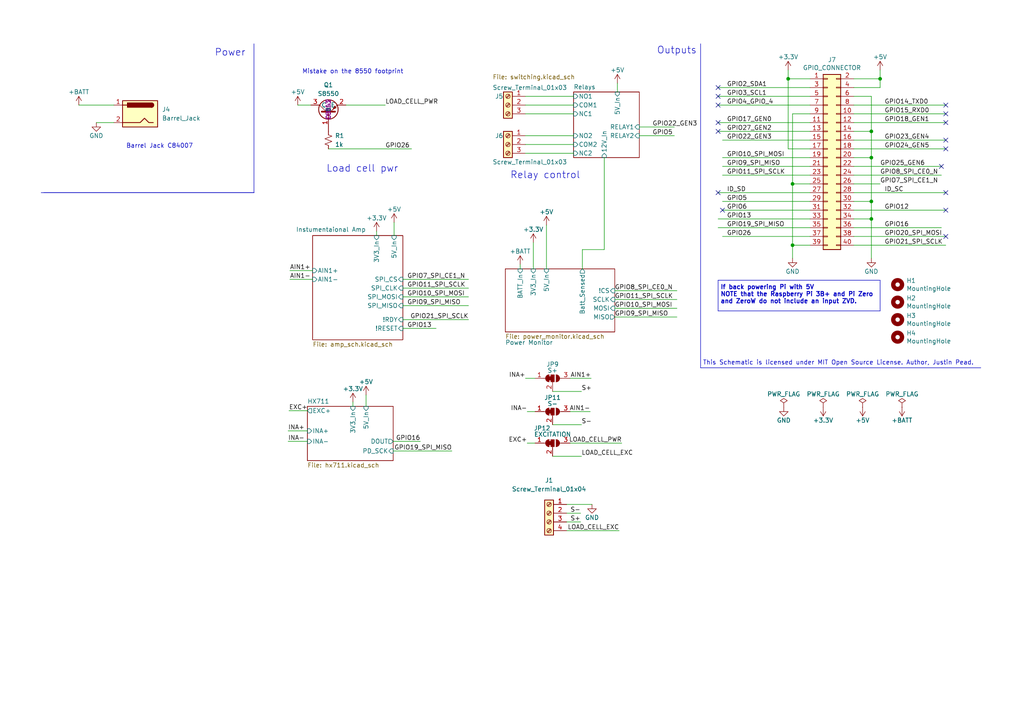
<source format=kicad_sch>
(kicad_sch (version 20230121) (generator eeschema)
  (paper "A4")
  (title_block (title "Raspberry Pi Zero Intrumentation HAT") (date "2024-06-07") (rev "1.3.0") (comment 1 "@supervisor Justin Pead") (comment 2 "@author Montso Mokake"))
  (lib_symbols
    (symbol "+3.3V_1" (power) (pin_names (offset 0))
      (property "Value" "+3.3V_1" (at 0 3.556 0))
      (symbol "+3.3V_1_0_1"
        (polyline (pts (xy -0.762 1.27) (xy 0 2.54)))
        (polyline (pts (xy 0 0) (xy 0 2.54)))
        (polyline (pts (xy 0 2.54) (xy 0.762 1.27)))
      )
      (symbol "+3.3V_1_1_1"
        (pin power_in line (at 0 0 90) (length 0) hide (name "+3.3V") (number "1"))
      )
    )
    (symbol "+5V_1" (power) (pin_names (offset 0))
      (property "Value" "+5V_1" (at 0 3.556 0))
      (symbol "+5V_1_0_1"
        (polyline (pts (xy -0.762 1.27) (xy 0 2.54)))
        (polyline (pts (xy 0 0) (xy 0 2.54)))
        (polyline (pts (xy 0 2.54) (xy 0.762 1.27)))
      )
      (symbol "+5V_1_1_1"
        (pin power_in line (at 0 0 90) (length 0) hide (name "+5V") (number "1"))
      )
    )
    (symbol "+BATT_1" (power) (pin_names (offset 0))
      (property "Value" "+BATT_1" (at 0 3.556 0))
      (symbol "+BATT_1_0_1"
        (polyline (pts (xy -0.762 1.27) (xy 0 2.54)))
        (polyline (pts (xy 0 0) (xy 0 2.54)))
        (polyline (pts (xy 0 2.54) (xy 0.762 1.27)))
      )
      (symbol "+BATT_1_1_1"
        (pin power_in line (at 0 0 90) (length 0) hide (name "+BATT") (number "1"))
      )
    )
    (symbol "Connector:Barrel_Jack" (pin_names (offset 1.016))
      (property "Reference" "J4" (at -6.35 1.2701 0))
      (property "Value" "Barrel_Jack" (at -6.35 -1.2699 0))
      (symbol "Barrel_Jack_0_1"
        (rectangle (start -5.08 3.81) (end 5.08 -3.81) (stroke (width 0.254)) (fill (type background)))
        (arc (start -3.302 3.175) (mid -3.9343 2.54) (end -3.302 1.905) (stroke (width 0.254)))
        (arc (start -3.302 3.175) (mid -3.9343 2.54) (end -3.302 1.905) (stroke (width 0.254)) (fill (type outline)))
        (polyline (pts (xy 5.08 2.54) (xy 3.81 2.54)) (stroke (width 0.254)))
        (polyline (pts (xy -3.81 -2.54) (xy -2.54 -2.54) (xy -1.27 -1.27) (xy 0 -2.54) (xy 2.54 -2.54) (xy 5.08 -2.54)) (stroke (width 0.254)))
        (rectangle (start 3.683 3.175) (end -3.302 1.905) (stroke (width 0.254)) (fill (type outline)))
      )
      (symbol "Barrel_Jack_1_1"
        (pin passive line (at 7.62 2.54 180) (length 2.54) (name "~") (number "1"))
        (pin passive line (at 7.62 -2.54 180) (length 2.54) (name "~") (number "2"))
        (pin no_connect line (at 0 -6.35 90) (length 2.54) hide (name "~") (number "3"))
      )
    )
    (symbol "Connector:Screw_Terminal_01x03" (pin_names (offset 1.016) hide)
      (property "Reference" "J" (at 0 5.08 0))
      (property "Value" "Screw_Terminal_01x03" (at 0 -5.08 0))
      (symbol "Screw_Terminal_01x03_1_1"
        (rectangle (start -1.27 3.81) (end 1.27 -3.81) (stroke (width 0.254)) (fill (type background)))
        (circle (center 0 -2.54) (radius 0.635) (stroke (width 0.1524)))
        (polyline (pts (xy -0.5334 -2.2098) (xy 0.3302 -3.048)) (stroke (width 0.1524)))
        (polyline (pts (xy -0.5334 0.3302) (xy 0.3302 -0.508)) (stroke (width 0.1524)))
        (polyline (pts (xy -0.5334 2.8702) (xy 0.3302 2.032)) (stroke (width 0.1524)))
        (polyline (pts (xy -0.3556 -2.032) (xy 0.508 -2.8702)) (stroke (width 0.1524)))
        (polyline (pts (xy -0.3556 0.508) (xy 0.508 -0.3302)) (stroke (width 0.1524)))
        (polyline (pts (xy -0.3556 3.048) (xy 0.508 2.2098)) (stroke (width 0.1524)))
        (circle (center 0 0) (radius 0.635) (stroke (width 0.1524)))
        (circle (center 0 2.54) (radius 0.635) (stroke (width 0.1524)))
        (pin passive line (at -5.08 2.54 0) (length 3.81) (name "Pin_1") (number "1"))
        (pin passive line (at -5.08 0 0) (length 3.81) (name "Pin_2") (number "2"))
        (pin passive line (at -5.08 -2.54 0) (length 3.81) (name "Pin_3") (number "3"))
      )
    )
    (symbol "Connector:Screw_Terminal_01x04" (pin_names (offset 1.016) hide)
      (property "Reference" "J" (at 0 5.08 0))
      (property "Value" "Screw_Terminal_01x04" (at 0 -7.62 0))
      (symbol "Screw_Terminal_01x04_1_1"
        (rectangle (start -1.27 3.81) (end 1.27 -6.35) (stroke (width 0.254)) (fill (type background)))
        (circle (center 0 -5.08) (radius 0.635) (stroke (width 0.1524)))
        (circle (center 0 -2.54) (radius 0.635) (stroke (width 0.1524)))
        (polyline (pts (xy -0.5334 -4.7498) (xy 0.3302 -5.588)) (stroke (width 0.1524)))
        (polyline (pts (xy -0.5334 -2.2098) (xy 0.3302 -3.048)) (stroke (width 0.1524)))
        (polyline (pts (xy -0.5334 0.3302) (xy 0.3302 -0.508)) (stroke (width 0.1524)))
        (polyline (pts (xy -0.5334 2.8702) (xy 0.3302 2.032)) (stroke (width 0.1524)))
        (polyline (pts (xy -0.3556 -4.572) (xy 0.508 -5.4102)) (stroke (width 0.1524)))
        (polyline (pts (xy -0.3556 -2.032) (xy 0.508 -2.8702)) (stroke (width 0.1524)))
        (polyline (pts (xy -0.3556 0.508) (xy 0.508 -0.3302)) (stroke (width 0.1524)))
        (polyline (pts (xy -0.3556 3.048) (xy 0.508 2.2098)) (stroke (width 0.1524)))
        (circle (center 0 0) (radius 0.635) (stroke (width 0.1524)))
        (circle (center 0 2.54) (radius 0.635) (stroke (width 0.1524)))
        (pin passive line (at -5.08 2.54 0) (length 3.81) (name "Pin_1") (number "1"))
        (pin passive line (at -5.08 0 0) (length 3.81) (name "Pin_2") (number "2"))
        (pin passive line (at -5.08 -2.54 0) (length 3.81) (name "Pin_3") (number "3"))
        (pin passive line (at -5.08 -5.08 0) (length 3.81) (name "Pin_4") (number "4"))
      )
    )
    (symbol "Connector_Generic:Conn_02x20_Odd_Even" (pin_names (offset 1.016) hide)
      (property "Reference" "J" (at 1.27 25.4 0))
      (property "Value" "Conn_02x20_Odd_Even" (at 1.27 -27.94 0))
      (symbol "Conn_02x20_Odd_Even_1_1"
        (rectangle (start -1.27 -25.273) (end 0 -25.527) (stroke (width 0.1524)))
        (rectangle (start -1.27 -22.733) (end 0 -22.987) (stroke (width 0.1524)))
        (rectangle (start -1.27 -20.193) (end 0 -20.447) (stroke (width 0.1524)))
        (rectangle (start -1.27 -17.653) (end 0 -17.907) (stroke (width 0.1524)))
        (rectangle (start -1.27 -15.113) (end 0 -15.367) (stroke (width 0.1524)))
        (rectangle (start -1.27 -12.573) (end 0 -12.827) (stroke (width 0.1524)))
        (rectangle (start -1.27 -10.033) (end 0 -10.287) (stroke (width 0.1524)))
        (rectangle (start -1.27 -7.493) (end 0 -7.747) (stroke (width 0.1524)))
        (rectangle (start -1.27 -4.953) (end 0 -5.207) (stroke (width 0.1524)))
        (rectangle (start -1.27 -2.413) (end 0 -2.667) (stroke (width 0.1524)))
        (rectangle (start -1.27 0.127) (end 0 -0.127) (stroke (width 0.1524)))
        (rectangle (start -1.27 2.667) (end 0 2.413) (stroke (width 0.1524)))
        (rectangle (start -1.27 5.207) (end 0 4.953) (stroke (width 0.1524)))
        (rectangle (start -1.27 7.747) (end 0 7.493) (stroke (width 0.1524)))
        (rectangle (start -1.27 10.287) (end 0 10.033) (stroke (width 0.1524)))
        (rectangle (start -1.27 12.827) (end 0 12.573) (stroke (width 0.1524)))
        (rectangle (start -1.27 15.367) (end 0 15.113) (stroke (width 0.1524)))
        (rectangle (start -1.27 17.907) (end 0 17.653) (stroke (width 0.1524)))
        (rectangle (start -1.27 20.447) (end 0 20.193) (stroke (width 0.1524)))
        (rectangle (start -1.27 22.987) (end 0 22.733) (stroke (width 0.1524)))
        (rectangle (start -1.27 24.13) (end 3.81 -26.67) (stroke (width 0.254)) (fill (type background)))
        (rectangle (start 3.81 -25.273) (end 2.54 -25.527) (stroke (width 0.1524)))
        (rectangle (start 3.81 -22.733) (end 2.54 -22.987) (stroke (width 0.1524)))
        (rectangle (start 3.81 -20.193) (end 2.54 -20.447) (stroke (width 0.1524)))
        (rectangle (start 3.81 -17.653) (end 2.54 -17.907) (stroke (width 0.1524)))
        (rectangle (start 3.81 -15.113) (end 2.54 -15.367) (stroke (width 0.1524)))
        (rectangle (start 3.81 -12.573) (end 2.54 -12.827) (stroke (width 0.1524)))
        (rectangle (start 3.81 -10.033) (end 2.54 -10.287) (stroke (width 0.1524)))
        (rectangle (start 3.81 -7.493) (end 2.54 -7.747) (stroke (width 0.1524)))
        (rectangle (start 3.81 -4.953) (end 2.54 -5.207) (stroke (width 0.1524)))
        (rectangle (start 3.81 -2.413) (end 2.54 -2.667) (stroke (width 0.1524)))
        (rectangle (start 3.81 0.127) (end 2.54 -0.127) (stroke (width 0.1524)))
        (rectangle (start 3.81 2.667) (end 2.54 2.413) (stroke (width 0.1524)))
        (rectangle (start 3.81 5.207) (end 2.54 4.953) (stroke (width 0.1524)))
        (rectangle (start 3.81 7.747) (end 2.54 7.493) (stroke (width 0.1524)))
        (rectangle (start 3.81 10.287) (end 2.54 10.033) (stroke (width 0.1524)))
        (rectangle (start 3.81 12.827) (end 2.54 12.573) (stroke (width 0.1524)))
        (rectangle (start 3.81 15.367) (end 2.54 15.113) (stroke (width 0.1524)))
        (rectangle (start 3.81 17.907) (end 2.54 17.653) (stroke (width 0.1524)))
        (rectangle (start 3.81 20.447) (end 2.54 20.193) (stroke (width 0.1524)))
        (rectangle (start 3.81 22.987) (end 2.54 22.733) (stroke (width 0.1524)))
        (pin passive line (at -5.08 22.86 0) (length 3.81) (name "Pin_1") (number "1"))
        (pin passive line (at 7.62 12.7 180) (length 3.81) (name "Pin_10") (number "10"))
        (pin passive line (at -5.08 10.16 0) (length 3.81) (name "Pin_11") (number "11"))
        (pin passive line (at 7.62 10.16 180) (length 3.81) (name "Pin_12") (number "12"))
        (pin passive line (at -5.08 7.62 0) (length 3.81) (name "Pin_13") (number "13"))
        (pin passive line (at 7.62 7.62 180) (length 3.81) (name "Pin_14") (number "14"))
        (pin passive line (at -5.08 5.08 0) (length 3.81) (name "Pin_15") (number "15"))
        (pin passive line (at 7.62 5.08 180) (length 3.81) (name "Pin_16") (number "16"))
        (pin passive line (at -5.08 2.54 0) (length 3.81) (name "Pin_17") (number "17"))
        (pin passive line (at 7.62 2.54 180) (length 3.81) (name "Pin_18") (number "18"))
        (pin passive line (at -5.08 0 0) (length 3.81) (name "Pin_19") (number "19"))
        (pin passive line (at 7.62 22.86 180) (length 3.81) (name "Pin_2") (number "2"))
        (pin passive line (at 7.62 0 180) (length 3.81) (name "Pin_20") (number "20"))
        (pin passive line (at -5.08 -2.54 0) (length 3.81) (name "Pin_21") (number "21"))
        (pin passive line (at 7.62 -2.54 180) (length 3.81) (name "Pin_22") (number "22"))
        (pin passive line (at -5.08 -5.08 0) (length 3.81) (name "Pin_23") (number "23"))
        (pin passive line (at 7.62 -5.08 180) (length 3.81) (name "Pin_24") (number "24"))
        (pin passive line (at -5.08 -7.62 0) (length 3.81) (name "Pin_25") (number "25"))
        (pin passive line (at 7.62 -7.62 180) (length 3.81) (name "Pin_26") (number "26"))
        (pin passive line (at -5.08 -10.16 0) (length 3.81) (name "Pin_27") (number "27"))
        (pin passive line (at 7.62 -10.16 180) (length 3.81) (name "Pin_28") (number "28"))
        (pin passive line (at -5.08 -12.7 0) (length 3.81) (name "Pin_29") (number "29"))
        (pin passive line (at -5.08 20.32 0) (length 3.81) (name "Pin_3") (number "3"))
        (pin passive line (at 7.62 -12.7 180) (length 3.81) (name "Pin_30") (number "30"))
        (pin passive line (at -5.08 -15.24 0) (length 3.81) (name "Pin_31") (number "31"))
        (pin passive line (at 7.62 -15.24 180) (length 3.81) (name "Pin_32") (number "32"))
        (pin passive line (at -5.08 -17.78 0) (length 3.81) (name "Pin_33") (number "33"))
        (pin passive line (at 7.62 -17.78 180) (length 3.81) (name "Pin_34") (number "34"))
        (pin passive line (at -5.08 -20.32 0) (length 3.81) (name "Pin_35") (number "35"))
        (pin passive line (at 7.62 -20.32 180) (length 3.81) (name "Pin_36") (number "36"))
        (pin passive line (at -5.08 -22.86 0) (length 3.81) (name "Pin_37") (number "37"))
        (pin passive line (at 7.62 -22.86 180) (length 3.81) (name "Pin_38") (number "38"))
        (pin passive line (at -5.08 -25.4 0) (length 3.81) (name "Pin_39") (number "39"))
        (pin passive line (at 7.62 20.32 180) (length 3.81) (name "Pin_4") (number "4"))
        (pin passive line (at 7.62 -25.4 180) (length 3.81) (name "Pin_40") (number "40"))
        (pin passive line (at -5.08 17.78 0) (length 3.81) (name "Pin_5") (number "5"))
        (pin passive line (at 7.62 17.78 180) (length 3.81) (name "Pin_6") (number "6"))
        (pin passive line (at -5.08 15.24 0) (length 3.81) (name "Pin_7") (number "7"))
        (pin passive line (at 7.62 15.24 180) (length 3.81) (name "Pin_8") (number "8"))
        (pin passive line (at -5.08 12.7 0) (length 3.81) (name "Pin_9") (number "9"))
      )
    )
    (symbol "Device:R_Small_US" (pin_numbers hide) (pin_names (offset 0.254) hide)
      (property "Reference" "R" (at 0.762 0.508 0))
      (property "Value" "R_Small_US" (at 0.762 -1.016 0))
      (symbol "R_Small_US_1_1"
        (polyline (pts (xy 0 0) (xy 1.016 -0.381) (xy 0 -0.762) (xy -1.016 -1.143) (xy 0 -1.524)))
        (polyline (pts (xy 0 1.524) (xy 1.016 1.143) (xy 0 0.762) (xy -1.016 0.381) (xy 0 0)))
        (pin passive line (at 0 2.54 270) (length 1.016) (name "~") (number "1"))
        (pin passive line (at 0 -2.54 90) (length 1.016) (name "~") (number "2"))
      )
    )
    (symbol "Jumper:SolderJumper_3_Bridged12" (pin_names (offset 0) hide)
      (property "Reference" "JP" (at -2.54 -2.54 0))
      (property "Value" "SolderJumper_3_Bridged12" (at 0 2.794 0))
      (symbol "SolderJumper_3_Bridged12_0_1"
        (rectangle (start -1.016 0.508) (end -0.508 -0.508) (fill (type outline)))
        (arc (start -1.016 1.016) (mid -2.0276 0) (end -1.016 -1.016))
        (arc (start -1.016 1.016) (mid -2.0276 0) (end -1.016 -1.016) (fill (type outline)))
        (rectangle (start -0.508 1.016) (end 0.508 -1.016) (fill (type outline)))
        (polyline (pts (xy -2.54 0) (xy -2.032 0)))
        (polyline (pts (xy -1.016 1.016) (xy -1.016 -1.016)))
        (polyline (pts (xy 0 -1.27) (xy 0 -1.016)))
        (polyline (pts (xy 1.016 1.016) (xy 1.016 -1.016)))
        (polyline (pts (xy 2.54 0) (xy 2.032 0)))
        (arc (start 1.016 -1.016) (mid 2.0276 0) (end 1.016 1.016))
        (arc (start 1.016 -1.016) (mid 2.0276 0) (end 1.016 1.016) (fill (type outline)))
      )
      (symbol "SolderJumper_3_Bridged12_1_1"
        (pin passive line (at -5.08 0 0) (length 2.54) (name "A") (number "1"))
        (pin passive line (at 0 -3.81 90) (length 2.54) (name "C") (number "2"))
        (pin passive line (at 5.08 0 180) (length 2.54) (name "B") (number "3"))
      )
    )
    (symbol "Mechanical:MountingHole" (pin_names (offset 1.016))
      (property "Reference" "H" (at 0 5.08 0))
      (property "Value" "MountingHole" (at 0 3.175 0))
      (symbol "MountingHole_0_1"
        (circle (center 0 0) (radius 1.27) (stroke (width 1.27)))
      )
    )
    (symbol "PWR_FLAG_1" (power) (pin_numbers hide) (pin_names (offset 0) hide)
      (property "Value" "PWR_FLAG_1" (at 0 3.81 0))
      (symbol "PWR_FLAG_1_0_0"
        (pin power_out line (at 0 0 90) (length 0) (name "pwr") (number "1"))
      )
      (symbol "PWR_FLAG_1_0_1"
        (polyline (pts (xy 0 0) (xy 0 1.27) (xy -1.016 1.905) (xy 0 2.54) (xy 1.016 1.905) (xy 0 1.27)))
      )
    )
    (symbol "UCT:S8550_SMD"
      (property "Reference" "Q" (at -5.08 7.62 0))
      (property "LCSC" "C8542" (at 0 0 0))
      (property "Extended" "0" (at 0 0 0))
      (property "Price" "0.013" (at 0 0 0))
      (symbol "S8550_SMD_0_1"
        (polyline (pts (xy -1.27 0) (xy -0.635 0)))
        (polyline (pts (xy 1.27 -2.54) (xy -0.635 -0.635)))
        (polyline (pts (xy 1.27 2.54) (xy -0.635 0.635)))
        (polyline (pts (xy -0.635 1.905) (xy -0.635 -1.905) (xy -0.635 -1.905)) (stroke (width 0.508)) (fill (type outline)))
        (polyline (pts (xy 0.508 -2.286) (xy 1.016 -1.778) (xy 0 -1.27) (xy 0.508 -2.286) (xy 0.508 -2.286)) (fill (type outline)))
        (circle (center 0 0) (radius 2.8194) (stroke (width 0.254)))
      )
      (symbol "S8550_SMD_1_1"
        (pin input line (at -6.35 0 0) (length 5.08) (name "B") (number "1"))
        (pin passive line (at 1.27 -5.08 90) (length 2.54) (name "E") (number "2"))
        (pin passive line (at 1.27 5.08 270) (length 2.54) (name "C") (number "3"))
      )
    )
    (symbol "power:GND" (power) (pin_names (offset 0))
      (property "Value" "GND" (at 0 -3.81 0))
      (symbol "GND_0_1"
        (polyline (pts (xy 0 0) (xy 0 -1.27) (xy 1.27 -1.27) (xy 0 -2.54) (xy -1.27 -1.27) (xy 0 -1.27)))
      )
      (symbol "GND_1_1"
        (pin power_in line (at 0 0 270) (length 0) hide (name "GND") (number "1"))
      )
    )
  )
  (junction (at 252.73 63.5))
  (junction (at 255.27 22.86))
  (junction (at 252.73 38.1))
  (junction (at 229.87 53.34))
  (junction (at 229.87 71.12))
  (junction (at 252.73 45.72))
  (junction (at 252.73 58.42))
  (junction (at 228.6 22.86))
  (no_connect (at 274.32 30.48))
  (no_connect (at 208.28 30.48))
  (no_connect (at 274.32 35.56))
  (no_connect (at 274.32 43.18))
  (no_connect (at 208.28 27.94))
  (no_connect (at 209.55 60.96))
  (no_connect (at 273.05 48.26))
  (no_connect (at 274.32 40.64))
  (no_connect (at 208.28 55.88))
  (no_connect (at 208.28 38.1))
  (no_connect (at 274.32 33.02))
  (no_connect (at 274.32 60.96))
  (no_connect (at 208.28 35.56))
  (no_connect (at 208.28 25.4))
  (no_connect (at 274.32 68.58))
  (no_connect (at 274.32 55.88))
  (wire (pts (xy 152.4 27.94) (xy 166.37 27.94)))
  (wire (pts (xy 109.22 67.056) (xy 109.22 68.326)))
  (wire (pts (xy 160.274 132.334) (xy 168.656 132.334)))
  (wire (pts (xy 116.84 83.566) (xy 135.89 83.566)))
  (wire (pts (xy 86.36 30.48) (xy 90.17 30.48)))
  (wire (pts (xy 234.95 43.18) (xy 228.6 43.18)))
  (wire (pts (xy 229.87 53.34) (xy 229.87 71.12)))
  (wire (pts (xy 152.4 30.48) (xy 166.37 30.48)))
  (wire (pts (xy 102.362 116.586) (xy 102.362 117.856)))
  (wire (pts (xy 208.28 30.48) (xy 234.95 30.48)))
  (wire (pts (xy 247.65 66.04) (xy 273.05 66.04)))
  (wire (pts (xy 100.33 30.48) (xy 111.76 30.48)))
  (wire (pts (xy 247.65 71.12) (xy 274.32 71.12)))
  (wire (pts (xy 83.82 119.126) (xy 89.154 119.126)))
  (wire (pts (xy 178.308 89.408) (xy 196.342 89.408)))
  (wire (pts (xy 152.4 41.91) (xy 166.37 41.91)))
  (wire (pts (xy 116.84 92.71) (xy 135.89 92.71)))
  (wire (pts (xy 247.65 38.1) (xy 252.73 38.1)))
  (wire (pts (xy 178.308 86.868) (xy 196.342 86.868)))
  (wire (pts (xy 247.65 33.02) (xy 274.32 33.02)))
  (wire (pts (xy 175.26 72.39) (xy 168.91 72.39)))
  (wire (pts (xy 160.274 113.538) (xy 168.656 113.538)))
  (wire (pts (xy 209.55 60.96) (xy 234.95 60.96)))
  (wire (pts (xy 234.95 53.34) (xy 229.87 53.34)))
  (wire (pts (xy 152.908 128.524) (xy 155.194 128.524)))
  (wire (pts (xy 83.566 128.016) (xy 89.154 128.016)))
  (wire (pts (xy 165.354 109.728) (xy 171.45 109.728)))
  (wire (pts (xy 247.65 30.48) (xy 274.32 30.48)))
  (wire (pts (xy 234.95 33.02) (xy 229.87 33.02)))
  (wire (pts (xy 247.65 35.56) (xy 274.32 35.56)))
  (wire (pts (xy 208.28 27.94) (xy 234.95 27.94)))
  (wire (pts (xy 255.27 22.86) (xy 255.27 20.32)))
  (wire (pts (xy 247.65 55.88) (xy 274.32 55.88)))
  (wire (pts (xy 229.87 71.12) (xy 229.87 74.93)))
  (polyline (pts (xy 255.27 81.28) (xy 208.28 81.28)))
  (wire (pts (xy 164.338 146.304) (xy 171.704 146.304)))
  (wire (pts (xy 160.274 123.19) (xy 168.656 123.19)))
  (wire (pts (xy 185.42 36.83) (xy 195.58 36.83)))
  (wire (pts (xy 27.94 35.56) (xy 33.02 35.56)))
  (polyline (pts (xy 73.66 55.88) (xy 11.938 55.88)))
  (wire (pts (xy 228.6 43.18) (xy 228.6 22.86)))
  (wire (pts (xy 152.4 33.02) (xy 166.37 33.02)))
  (polyline (pts (xy 12.7 55.88) (xy 73.66 55.88)))
  (wire (pts (xy 164.338 151.384) (xy 168.402 151.384)))
  (wire (pts (xy 84.074 81.026) (xy 90.678 81.026)))
  (wire (pts (xy 247.65 63.5) (xy 252.73 63.5)))
  (wire (pts (xy 252.73 45.72) (xy 252.73 58.42)))
  (wire (pts (xy 247.65 43.18) (xy 274.32 43.18)))
  (wire (pts (xy 255.27 25.4) (xy 255.27 22.86)))
  (wire (pts (xy 209.55 68.58) (xy 234.95 68.58)))
  (wire (pts (xy 178.308 91.948) (xy 196.342 91.948)))
  (wire (pts (xy 229.87 33.02) (xy 229.87 53.34)))
  (wire (pts (xy 114.046 128.016) (xy 121.92 128.016)))
  (wire (pts (xy 208.28 66.04) (xy 234.95 66.04)))
  (wire (pts (xy 252.73 38.1) (xy 252.73 45.72)))
  (polyline (pts (xy 208.28 90.17) (xy 255.27 90.17)))
  (wire (pts (xy 228.6 22.86) (xy 228.6 20.32)))
  (wire (pts (xy 247.65 40.64) (xy 274.32 40.64)))
  (wire (pts (xy 154.686 70.358) (xy 154.686 77.978)))
  (wire (pts (xy 179.07 24.13) (xy 179.07 26.67)))
  (wire (pts (xy 208.28 35.56) (xy 234.95 35.56)))
  (wire (pts (xy 247.65 68.58) (xy 274.32 68.58)))
  (wire (pts (xy 209.55 40.64) (xy 234.95 40.64)))
  (wire (pts (xy 209.55 48.26) (xy 234.95 48.26)))
  (wire (pts (xy 164.338 153.924) (xy 179.578 153.924)))
  (polyline (pts (xy 255.27 81.28) (xy 255.27 90.17)))
  (wire (pts (xy 165.354 128.524) (xy 180.34 128.524)))
  (wire (pts (xy 152.908 119.38) (xy 155.194 119.38)))
  (wire (pts (xy 196.342 84.328) (xy 178.308 84.328)))
  (wire (pts (xy 208.28 38.1) (xy 234.95 38.1)))
  (polyline (pts (xy 203.2 12.7) (xy 203.2 106.68)))
  (wire (pts (xy 252.73 27.94) (xy 252.73 38.1)))
  (wire (pts (xy 114.3 64.516) (xy 114.3 68.326)))
  (wire (pts (xy 247.65 45.72) (xy 252.73 45.72)))
  (wire (pts (xy 209.55 58.42) (xy 234.95 58.42)))
  (wire (pts (xy 116.84 86.106) (xy 135.89 86.106)))
  (wire (pts (xy 247.65 27.94) (xy 252.73 27.94)))
  (wire (pts (xy 247.65 60.96) (xy 274.32 60.96)))
  (polyline (pts (xy 73.66 12.7) (xy 73.66 55.88)))
  (wire (pts (xy 234.95 71.12) (xy 229.87 71.12)))
  (polyline (pts (xy 284.48 106.68) (xy 203.2 106.68)))
  (wire (pts (xy 208.28 55.88) (xy 234.95 55.88)))
  (wire (pts (xy 252.73 58.42) (xy 252.73 63.5)))
  (polyline (pts (xy 208.28 81.28) (xy 208.28 90.17)))
  (wire (pts (xy 247.65 53.34) (xy 255.27 53.34)))
  (wire (pts (xy 152.4 39.37) (xy 166.37 39.37)))
  (wire (pts (xy 116.84 95.25) (xy 126.492 95.25)))
  (wire (pts (xy 247.65 48.26) (xy 273.05 48.26)))
  (wire (pts (xy 252.73 63.5) (xy 252.73 74.93)))
  (wire (pts (xy 209.55 45.72) (xy 234.95 45.72)))
  (wire (pts (xy 208.28 25.4) (xy 234.95 25.4)))
  (wire (pts (xy 95.25 43.18) (xy 119.38 43.18)))
  (wire (pts (xy 114.046 130.81) (xy 131.064 130.81)))
  (wire (pts (xy 116.84 88.646) (xy 135.89 88.646)))
  (wire (pts (xy 164.338 148.844) (xy 168.402 148.844)))
  (wire (pts (xy 185.42 39.37) (xy 195.58 39.37)))
  (wire (pts (xy 152.4 109.728) (xy 155.194 109.728)))
  (wire (pts (xy 116.84 81.026) (xy 135.89 81.026)))
  (wire (pts (xy 171.196 119.38) (xy 165.354 119.38)))
  (wire (pts (xy 168.91 72.39) (xy 168.91 77.978)))
  (wire (pts (xy 22.86 30.48) (xy 33.02 30.48)))
  (wire (pts (xy 83.566 124.968) (xy 89.154 124.968)))
  (wire (pts (xy 175.26 72.39) (xy 175.26 45.72)))
  (wire (pts (xy 150.876 76.708) (xy 150.876 77.978)))
  (wire (pts (xy 247.65 50.8) (xy 273.05 50.8)))
  (wire (pts (xy 208.28 63.5) (xy 234.95 63.5)))
  (wire (pts (xy 158.496 65.278) (xy 158.496 77.978)))
  (wire (pts (xy 247.65 58.42) (xy 252.73 58.42)))
  (wire (pts (xy 247.65 25.4) (xy 255.27 25.4)))
  (wire (pts (xy 106.172 114.554) (xy 106.172 117.856)))
  (wire (pts (xy 247.65 22.86) (xy 255.27 22.86)))
  (wire (pts (xy 84.074 78.486) (xy 90.678 78.486)))
  (wire (pts (xy 209.55 50.8) (xy 234.95 50.8)))
  (wire (pts (xy 228.6 22.86) (xy 234.95 22.86)))
  (wire (pts (xy 152.4 44.45) (xy 166.37 44.45)))
  (text "Barrel Jack C84007" (at 36.576 43.18 0) (effects (font (size 1.27 1.27)) (justify left bottom)))
  (text "This Schematic is licensed under MIT Open Source License. Author, Justin Pead." (at 203.835 106.045 0) (effects (font (size 1.27 1.27)) (justify left bottom)))
  (text "Power" (at 62.23 16.51 0) (effects (font (size 2 2)) (justify left bottom)))
  (text "Outputs" (at 190.5 15.875 0) (effects (font (size 2 2)) (justify left bottom)))
  (text "If back powering Pi with 5V \nNOTE that the Raspberry Pi 3B+ and Pi Zero \nand ZeroW do not include an input ZVD." (at 208.915 88.265 0) (effects (font (size 1.27 1.27) (thickness 0.254) bold) (justify left bottom)))
  (text "Load cell pwr" (at 94.615 50.165 0) (effects (font (size 2 2)) (justify left bottom)))
  (text "Mistake on the 8550 footprint" (at 87.63 21.59 0) (effects (font (size 1.27 1.27)) (justify left bottom)))
  (text "Relay control" (at 147.955 52.07 0) (effects (font (size 2 2)) (justify left bottom)))
  (label "GPIO14_TXD0" (at 256.54 30.48 0))
  (label "GPIO12" (at 256.54 60.96 0))
  (label "GPIO22_GEN3" (at 210.82 40.64 0))
  (label "S+" (at 168.402 151.384 180))
  (label "GPIO9_SPI_MISO" (at 118.11 88.646 0))
  (label "GPIO4_GPIO_4" (at 210.82 30.48 0))
  (label "LOAD_CELL_EXC" (at 179.578 153.924 180))
  (label "GPIO2_SDA1" (at 210.82 25.4 0))
  (label "GPIO13" (at 210.82 63.5 0))
  (label "EXC+" (at 83.82 119.126 0))
  (label "GPIO9_SPI_MISO" (at 210.82 48.26 0))
  (label "GPIO21_SPI_SCLK" (at 256.54 71.12 0))
  (label "GPIO8_SPI_CE0_N" (at 178.308 84.328 0))
  (label "LOAD_CELL_EXC" (at 168.656 132.334 0))
  (label "GPIO7_SPI_CE1_N" (at 118.11 81.026 0))
  (label "GPIO26" (at 111.76 43.18 0))
  (label "GPIO11_SPI_SCLK" (at 210.82 50.8 0))
  (label "GPIO17_GEN0" (at 210.82 35.56 0))
  (label "GPIO13" (at 118.11 95.25 0))
  (label "INA-" (at 83.566 128.016 0))
  (label "AIN1-" (at 171.196 119.38 180))
  (label "GPIO11_SPI_SCLK" (at 178.308 86.868 0))
  (label "GPIO7_SPI_CE1_N" (at 255.27 53.34 0))
  (label "GPIO25_GEN6" (at 255.27 48.26 0))
  (label "S-" (at 168.656 123.19 0))
  (label "GPIO10_SPI_MOSI" (at 118.11 86.106 0))
  (label "S+" (at 168.656 113.538 0))
  (label "GPIO20_SPI_MOSI" (at 256.54 68.58 0))
  (label "GPIO22_GEN3" (at 189.23 36.83 0))
  (label "INA+" (at 83.566 124.968 0))
  (label "GPIO19_SPI_MISO" (at 131.064 130.81 180))
  (label "GPIO19_SPI_MISO" (at 210.82 66.04 0))
  (label "AIN1+" (at 171.45 109.728 180))
  (label "GPIO16" (at 121.92 128.016 180))
  (label "GPIO5" (at 189.23 39.37 0))
  (label "GPIO6" (at 210.82 60.96 0))
  (label "GPIO5" (at 210.82 58.42 0))
  (label "GPIO18_GEN1" (at 256.54 35.56 0))
  (label "GPIO21_SPI_SCLK" (at 135.89 92.71 180))
  (label "GPIO24_GEN5" (at 256.54 43.18 0))
  (label "S-" (at 168.402 148.844 180))
  (label "LOAD_CELL_PWR" (at 180.34 128.524 180))
  (label "GPIO10_SPI_MOSI" (at 210.82 45.72 0))
  (label "GPIO11_SPI_SCLK" (at 118.11 83.566 0))
  (label "GPIO10_SPI_MOSI" (at 178.308 89.408 0))
  (label "INA+" (at 152.4 109.728 180))
  (label "GPIO8_SPI_CE0_N" (at 255.27 50.8 0))
  (label "INA-" (at 152.908 119.38 180))
  (label "ID_SC" (at 256.54 55.88 0))
  (label "ID_SD" (at 210.82 55.88 0))
  (label "GPIO9_SPI_MISO" (at 178.308 91.948 0))
  (label "GPIO23_GEN4" (at 256.54 40.64 0))
  (label "GPIO16" (at 256.54 66.04 0))
  (label "AIN1+" (at 84.074 78.486 0))
  (label "AIN1-" (at 84.074 81.026 0))
  (label "LOAD_CELL_PWR" (at 111.76 30.48 0))
  (label "GPIO26" (at 210.82 68.58 0))
  (label "GPIO27_GEN2" (at 210.82 38.1 0))
  (label "GPIO15_RXD0" (at 256.54 33.02 0))
  (label "EXC+" (at 152.908 128.524 180))
  (label "GPIO3_SCL1" (at 210.82 27.94 0))
  (symbol (lib_id "Connector_Generic:Conn_02x20_Odd_Even") (at 240.03 45.72 0) (unit 1)
    (property "Reference" "J7" (at 241.3 17.3482 0))
    (property "Value" "GPIO_CONNECTOR" (at 241.3 19.6596 0))
    (property "Footprint" "lib:PinSocket_2x20_P2.54mm_Vertical_Centered_Anchor" (effects hide))
    (property "Populate" "0" (effects hide))
  )
  (symbol (lib_id "Mechanical:MountingHole") (at 260.35 82.55 0) (unit 1)
    (property "Reference" "H1" (at 262.89 81.3816 0) (effects (justify left)))
    (property "Value" "MountingHole" (at 262.89 83.693 0) (effects (justify left)))
    (property "Footprint" "lib:MountingHole_2.7mm_M2.5_uHAT_RPi" (effects hide))
    (property "Populate" "0" (effects hide))
  )
  (symbol (lib_id "Mechanical:MountingHole") (at 260.35 87.63 0) (unit 1)
    (property "Reference" "H2" (at 262.89 86.4616 0) (effects (justify left)))
    (property "Value" "MountingHole" (at 262.89 88.773 0) (effects (justify left)))
    (property "Footprint" "lib:MountingHole_2.7mm_M2.5_uHAT_RPi" (effects hide))
    (property "Populate" "0" (effects hide))
  )
  (symbol (lib_id "Mechanical:MountingHole") (at 260.35 92.71 0) (unit 1)
    (property "Reference" "H3" (at 262.89 91.5416 0) (effects (justify left)))
    (property "Value" "MountingHole" (at 262.89 93.853 0) (effects (justify left)))
    (property "Footprint" "lib:MountingHole_2.7mm_M2.5_uHAT_RPi" (effects hide))
    (property "Populate" "0" (effects hide))
  )
  (symbol (lib_id "Mechanical:MountingHole") (at 260.35 97.79 0) (unit 1)
    (property "Reference" "H4" (at 262.89 96.6216 0) (effects (justify left)))
    (property "Value" "MountingHole" (at 262.89 98.933 0) (effects (justify left)))
    (property "Footprint" "lib:MountingHole_2.7mm_M2.5_uHAT_RPi" (effects hide))
    (property "Populate" "0" (effects hide))
  )
  (symbol (lib_name "+5V_1") (lib_id "power:+5V") (at 255.27 20.32 0) (unit 1)
    (property "Reference" "#PWR014" (effects hide))
    (property "Value" "+5V" (at 255.27 16.51 0))
  )
  (symbol (lib_name "PWR_FLAG_1") (lib_id "power:PWR_FLAG") (at 250.19 118.11 0) (unit 1)
    (property "Reference" "#FLG03" (effects hide))
    (property "Value" "PWR_FLAG" (at 250.19 114.3 0))
  )
  (symbol (lib_id "Jumper:SolderJumper_3_Bridged12") (at 160.274 119.38 0) (unit 1)
    (property "Reference" "JP11" (at 160.274 115.316 0))
    (property "Value" "S-" (at 160.274 117.094 0))
    (property "Footprint" "Jumper:SolderJumper-3_P1.3mm_Bridged2Bar12_RoundedPad1.0x1.5mm" (effects hide))
  )
  (symbol (lib_name "+BATT_1") (lib_id "power:+BATT") (at 261.62 118.11 180) (unit 1)
    (property "Reference" "#PWR020" (effects hide))
    (property "Value" "+BATT" (at 261.62 121.92 0))
  )
  (symbol (lib_id "power:GND") (at 171.704 146.304 0) (unit 1)
    (property "Reference" "#PWR048" (effects hide))
    (property "Value" "GND" (at 171.704 150.114 0))
  )
  (symbol (lib_name "+3.3V_1") (lib_id "power:+3.3V") (at 238.76 118.11 180) (unit 1)
    (property "Reference" "#PWR018" (effects hide))
    (property "Value" "+3.3V" (at 238.76 121.92 0))
  )
  (symbol (lib_name "PWR_FLAG_1") (lib_id "power:PWR_FLAG") (at 238.76 118.11 0) (unit 1)
    (property "Reference" "#FLG02" (effects hide))
    (property "Value" "PWR_FLAG" (at 238.76 114.3 0))
  )
  (symbol (lib_id "Connector:Screw_Terminal_01x04") (at 159.258 148.844 0) (mirror y) (unit 1)
    (property "Reference" "J1" (at 159.258 139.319 0))
    (property "Value" "Screw_Terminal_01x04" (at 159.258 141.859 0))
    (property "Footprint" "TerminalBlock_Phoenix:TerminalBlock_Phoenix_PT-1,5-4-3.5-H_1x04_P3.50mm_Horizontal" (effects hide))
    (property "Datasheet" "https://www.lcsc.com/product-detail/Screw-terminal_Phoenix-Contact-1984633_C5144867.html" (effects hide))
    (property "Populate" "1" (effects hide))
    (property "LCSC" "C5144867" (effects hide))
  )
  (symbol (lib_id "Connector:Screw_Terminal_01x03") (at 147.32 30.48 0) (mirror y) (unit 1)
    (property "Reference" "J5" (at 144.78 27.94 0))
    (property "Value" "Screw_Terminal_01x03" (at 153.67 25.4 0))
    (property "Footprint" "TerminalBlock_Phoenix:TerminalBlock_Phoenix_PT-1,5-3-3.5-H_1x03_P3.50mm_Horizontal" (effects hide))
    (property "Datasheet" "https://www.lcsc.com/product-detail/Screw-terminal_Phoenix-Contact-1984620_C3816291.html" (effects hide))
    (property "Populate" "1" (effects hide))
    (property "LCSC" "C3816291" (effects hide))
  )
  (symbol (lib_name "+3.3V_1") (lib_id "power:+3.3V") (at 154.686 70.358 0) (unit 1)
    (property "Reference" "#PWR09" (effects hide))
    (property "Value" "+3.3V" (at 154.686 66.548 0))
  )
  (symbol (lib_name "PWR_FLAG_1") (lib_id "power:PWR_FLAG") (at 261.62 118.11 0) (unit 1)
    (property "Reference" "#FLG04" (effects hide))
    (property "Value" "PWR_FLAG" (at 261.62 114.3 0))
  )
  (symbol (lib_name "+3.3V_1") (lib_id "power:+3.3V") (at 228.6 20.32 0) (unit 1)
    (property "Reference" "#PWR015" (effects hide))
    (property "Value" "+3.3V" (at 228.6 16.51 0))
  )
  (symbol (lib_name "+BATT_1") (lib_id "power:+BATT") (at 22.86 30.48 0) (unit 1)
    (property "Reference" "#PWR011" (effects hide))
    (property "Value" "+BATT" (at 22.86 26.67 0))
  )
  (symbol (lib_name "+BATT_1") (lib_id "power:+BATT") (at 150.876 76.708 0) (unit 1)
    (property "Reference" "#PWR013" (effects hide))
    (property "Value" "+BATT" (at 150.876 72.898 0))
  )
  (symbol (lib_name "PWR_FLAG_1") (lib_id "power:PWR_FLAG") (at 227.33 118.11 0) (unit 1)
    (property "Reference" "#FLG01" (effects hide))
    (property "Value" "PWR_FLAG" (at 227.33 114.3 0))
  )
  (symbol (lib_name "+5V_1") (lib_id "power:+5V") (at 114.3 64.516 0) (unit 1)
    (property "Reference" "#PWR03" (effects hide))
    (property "Value" "+5V" (at 114.3 60.706 0))
  )
  (symbol (lib_name "+3.3V_1") (lib_id "power:+3.3V") (at 109.22 67.056 0) (unit 1)
    (property "Reference" "#PWR010" (effects hide))
    (property "Value" "+3.3V" (at 109.22 63.246 0))
  )
  (symbol (lib_id "power:GND") (at 227.33 118.11 0) (unit 1)
    (property "Reference" "#PWR017" (effects hide))
    (property "Value" "GND" (at 227.33 121.92 0))
  )
  (symbol (lib_name "+5V_1") (lib_id "power:+5V") (at 158.496 65.278 0) (unit 1)
    (property "Reference" "#PWR012" (effects hide))
    (property "Value" "+5V" (at 158.496 61.468 0))
  )
  (symbol (lib_id "UCT:S8550_SMD") (at 95.25 31.75 90) (unit 1)
    (property "Reference" "Q1" (at 95.25 24.638 90))
    (property "Value" "S8550" (at 95.25 27.178 90))
    (property "Footprint" "Package_TO_SOT_SMD:SOT-23" (effects hide))
    (property "Datasheet" "https://datasheet.lcsc.com/lcsc/1810161212_Jiangsu-Changjing-Electronics-Technology-Co---Ltd--SS8550-Y2_C8542.pdf" (effects hide))
    (property "LCSC" "C8542" (at 95.25 31.75 0))
    (property "Extended" "0" (at 95.25 31.75 0))
    (property "Price" "0.013" (at 95.25 31.75 0))
  )
  (symbol (lib_name "+5V_1") (lib_id "power:+5V") (at 179.07 24.13 0) (unit 1)
    (property "Reference" "#PWR02" (effects hide))
    (property "Value" "+5V" (at 179.07 20.32 0))
  )
  (symbol (lib_name "+5V_1") (lib_id "power:+5V") (at 250.19 118.11 180) (unit 1)
    (property "Reference" "#PWR019" (effects hide))
    (property "Value" "+5V" (at 250.19 121.92 0))
  )
  (symbol (lib_id "power:GND") (at 229.87 74.93 0) (unit 1)
    (property "Reference" "#PWR07" (effects hide))
    (property "Value" "GND" (at 229.87 78.74 0))
  )
  (symbol (lib_name "+5V_1") (lib_id "power:+5V") (at 86.36 30.48 0) (unit 1)
    (property "Reference" "#PWR08" (effects hide))
    (property "Value" "+5V" (at 86.36 26.67 0))
  )
  (symbol (lib_name "+5V_1") (lib_id "power:+5V") (at 106.172 114.554 0) (unit 1)
    (property "Reference" "#PWR065" (effects hide))
    (property "Value" "+5V" (at 106.172 110.744 0))
  )
  (symbol (lib_name "+3.3V_1") (lib_id "power:+3.3V") (at 102.362 116.586 0) (unit 1)
    (property "Reference" "#PWR066" (effects hide))
    (property "Value" "+3.3V" (at 102.362 112.776 0))
  )
  (symbol (lib_id "Jumper:SolderJumper_3_Bridged12") (at 160.274 128.524 0) (unit 1)
    (property "Reference" "JP12" (at 157.226 124.206 0))
    (property "Value" "EXCITATION" (at 160.274 125.984 0))
    (property "Footprint" "Jumper:SolderJumper-3_P1.3mm_Bridged2Bar12_RoundedPad1.0x1.5mm" (effects hide))
  )
  (symbol (lib_id "Connector:Barrel_Jack") (at 40.64 33.02 0) (mirror y) (unit 1)
    (property "Reference" "J4" (at 46.99 31.7499 0) (effects (justify right)))
    (property "Value" "Barrel_Jack" (at 46.99 34.2899 0) (effects (justify right)))
    (property "Footprint" "UCT:Barrel_Jack_2A_C84007" (effects hide))
    (property "LCSC" "C84007" (effects hide))
    (property "Populate" "1" (effects hide))
    (property "Extended" "1" (effects hide))
  )
  (symbol (lib_id "Jumper:SolderJumper_3_Bridged12") (at 160.274 109.728 0) (unit 1)
    (property "Reference" "JP9" (at 160.274 105.664 0))
    (property "Value" "S+" (at 160.274 107.442 0))
    (property "Footprint" "Jumper:SolderJumper-3_P1.3mm_Bridged2Bar12_RoundedPad1.0x1.5mm" (effects hide))
  )
  (symbol (lib_id "Connector:Screw_Terminal_01x03") (at 147.32 41.91 0) (mirror y) (unit 1)
    (property "Reference" "J6" (at 144.78 39.37 0))
    (property "Value" "Screw_Terminal_01x03" (at 153.67 46.99 0))
    (property "Footprint" "TerminalBlock_Phoenix:TerminalBlock_Phoenix_PT-1,5-3-3.5-H_1x03_P3.50mm_Horizontal" (effects hide))
    (property "Datasheet" "https://www.lcsc.com/product-detail/Screw-terminal_Phoenix-Contact-1984620_C3816291.html" (effects hide))
    (property "Populate" "1" (effects hide))
    (property "LCSC" "C3816291" (effects hide))
  )
  (symbol (lib_id "Device:R_Small_US") (at 95.25 40.64 0) (unit 1)
    (property "Reference" "R1" (at 97.155 39.3699 0) (effects (justify left)))
    (property "Value" "1k" (at 97.155 41.9099 0) (effects (justify left)))
    (property "Footprint" "Resistor_SMD:R_0402_1005Metric" (effects hide))
    (property "Populate" "1" (effects hide))
    (property "Extended" "0" (effects hide))
    (property "LCSC" "C11702" (effects hide))
  )
  (symbol (lib_id "power:GND") (at 252.73 74.93 0) (unit 1)
    (property "Reference" "#PWR016" (effects hide))
    (property "Value" "GND" (at 252.73 78.74 0))
  )
  (symbol (lib_id "power:GND") (at 27.94 35.56 0) (unit 1)
    (property "Reference" "#PWR06" (effects hide))
    (property "Value" "GND" (at 27.94 39.37 0))
  )
  (sheet (at 90.678 68.326) (size 26.162 30.226) (stroke (width 0.1524))
    (property "Sheetname" "Instumentaional Amp" (at 85.852 67.31 0) (effects (justify left bottom)))
    (property "Sheetfile" "amp_sch.kicad_sch" (at 90.678 99.1366 0) (effects (justify left top)))
    (pin "5V_In" input (at 114.3 68.326 90))
    (pin "SPI_CS" input (at 116.84 81.026 0))
    (pin "3V3_In" input (at 109.22 68.326 90))
    (pin "SPI_CLK" input (at 116.84 83.566 0))
    (pin "SPI_MOSI" input (at 116.84 86.106 0))
    (pin "AIN1+" input (at 90.678 78.486 180))
    (pin "AIN1-" input (at 90.678 81.026 180))
    (pin "SPI_MISO" input (at 116.84 88.646 0))
    (pin "!RDY" input (at 116.84 92.71 0))
    (pin "!RESET" input (at 116.84 95.25 0))
  )
  (sheet (at 146.558 77.978) (size 31.75 18.288) (stroke (width 0.1524))
    (property "Sheetname" "Power Monitor" (at 146.558 100.076 0) (effects (justify left bottom)))
    (property "Sheetfile" "power_monitor.kicad_sch" (at 146.558 96.8506 0) (effects (justify left top)))
    (pin "MISO" output (at 178.308 91.948 0))
    (pin "SCLK" input (at 178.308 86.868 0))
    (pin "MOSI" input (at 178.308 89.408 0))
    (pin "!CS" input (at 178.308 84.328 0))
    (pin "5V_In" input (at 158.496 77.978 90))
    (pin "3V3_In" input (at 154.686 77.978 90))
    (pin "BATT_In" input (at 150.876 77.978 90))
    (pin "Batt_Sensed" output (at 168.91 77.978 90))
  )
  (sheet (at 166.37 26.67) (size 19.05 19.05) (stroke (width 0.1524))
    (property "Sheetname" "Relays" (at 166.37 25.9584 0) (effects (justify left bottom)))
    (property "Sheetfile" "switching.kicad_sch" (at 142.875 21.59 0) (effects (justify left top)))
    (pin "5V_In" input (at 179.07 26.67 90))
    (pin "RELAY2" input (at 185.42 39.37 0))
    (pin "RELAY1" input (at 185.42 36.83 0))
    (pin "COM1" input (at 166.37 30.48 180))
    (pin "NC1" input (at 166.37 33.02 180))
    (pin "NO1" input (at 166.37 27.94 180))
    (pin "NO2" input (at 166.37 39.37 180))
    (pin "NC2" input (at 166.37 44.45 180))
    (pin "COM2" input (at 166.37 41.91 180))
    (pin "12V_In" input (at 175.26 45.72 270))
  )
  (sheet (at 89.154 117.856) (size 24.892 15.748) (stroke (width 0.1524))
    (property "Sheetname" "HX711" (at 89.154 117.1444 0) (effects (justify left bottom)))
    (property "Sheetfile" "hx711.kicad_sch" (at 89.154 134.1886 0) (effects (justify left top)))
    (pin "5V_In" input (at 106.172 117.856 90))
    (pin "EXC+" output (at 89.154 119.126 180))
    (pin "3V3_In" input (at 102.362 117.856 90))
    (pin "INA+" input (at 89.154 124.968 180))
    (pin "INA-" input (at 89.154 128.016 180))
    (pin "PD_SCK" input (at 114.046 130.81 0))
    (pin "DOUT" output (at 114.046 128.016 0))
  )
)
</source>
